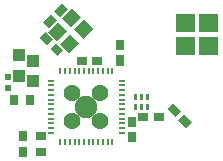
<source format=gtp>
G04 DipTrace 2.4.0.2*
%IN3dBBLE.gtp*%
%MOIN*%
%ADD20R,0.0354X0.0276*%
%ADD21R,0.0394X0.0433*%
%ADD22R,0.0276X0.0354*%
%ADD23R,0.0354X0.0295*%
%ADD26R,0.0295X0.0354*%
%ADD27R,0.0197X0.0236*%
%ADD28C,0.075*%
%ADD29C,0.0562*%
%ADD30O,0.0256X0.0079*%
%ADD31O,0.0079X0.0256*%
%FSLAX44Y44*%
G04*
G70*
G90*
G75*
G01*
%LNTopPaste*%
%LPD*%
G36*
X10733Y7747D2*
X10127D1*
Y8353D1*
X10733D1*
Y7747D1*
G37*
G36*
X11497D2*
X10890D1*
Y8353D1*
X11497D1*
Y7747D1*
G37*
G36*
Y8511D2*
X10890D1*
Y9117D1*
X11497D1*
Y8511D1*
G37*
G36*
X10733D2*
X10127D1*
Y9117D1*
X10733D1*
Y8511D1*
G37*
G36*
X9196Y6245D2*
X9097D1*
Y6462D1*
X9196D1*
Y6245D1*
G37*
G36*
X8999D2*
X8900D1*
Y6462D1*
X8999D1*
Y6245D1*
G37*
G36*
X8802D2*
X8703D1*
Y6462D1*
X8802D1*
Y6245D1*
G37*
G36*
Y5910D2*
X8703D1*
Y6127D1*
X8802D1*
Y5910D1*
G37*
G36*
X8999D2*
X8900D1*
Y6127D1*
X8999D1*
Y5910D1*
G37*
G36*
X9196D2*
X9097D1*
Y6127D1*
X9196D1*
Y5910D1*
G37*
G36*
X6245Y9035D2*
X6051Y9230D1*
X6301Y9480D1*
X6496Y9285D1*
X6245Y9035D1*
G37*
G36*
X5884Y8673D2*
X5689Y8868D1*
X5939Y9118D1*
X6134Y8924D1*
X5884Y8673D1*
G37*
G36*
X6360Y7915D2*
X6165Y7720D1*
X5914Y7970D1*
X6109Y8165D1*
X6360Y7915D1*
G37*
G36*
X5998Y8276D2*
X5803Y8082D1*
X5552Y8332D1*
X5747Y8527D1*
X5998Y8276D1*
G37*
D20*
X9025Y5680D3*
X9537D3*
D21*
X5348Y6895D3*
Y7564D3*
D20*
X7484Y7550D3*
X6972D3*
G36*
X8107Y7761D2*
X8383D1*
Y7406D1*
X8107D1*
Y7761D1*
G37*
G36*
Y8272D2*
X8383D1*
Y7918D1*
X8107D1*
Y8272D1*
G37*
D22*
X8645Y5535D3*
Y5023D3*
X5007Y5041D3*
Y4529D3*
D21*
X4862Y7073D3*
Y7742D3*
D23*
X5612Y5058D3*
Y4507D3*
D26*
X5250Y6273D3*
X4699D3*
D27*
X4520Y6642D3*
Y7036D3*
G36*
X10277Y5893D2*
X10082Y5698D1*
X9832Y5949D1*
X10026Y6144D1*
X10277Y5893D1*
G37*
G36*
X10639Y5531D2*
X10444Y5336D1*
X10193Y5587D1*
X10388Y5782D1*
X10639Y5531D1*
G37*
D28*
X7124Y6033D3*
D29*
X6655Y6502D3*
X7593D3*
Y5565D3*
X6655D3*
D30*
X5933Y6900D3*
Y6742D3*
Y6585D3*
Y6427D3*
Y6270D3*
Y6112D3*
Y5955D3*
Y5797D3*
Y5640D3*
Y5482D3*
Y5325D3*
Y5167D3*
D31*
X6258Y4842D3*
X6415D3*
X6573D3*
X6730D3*
X6888D3*
X7045D3*
X7203D3*
X7360D3*
X7518D3*
X7675D3*
X7833D3*
X7990D3*
D30*
X8315Y5167D3*
Y5325D3*
Y5482D3*
Y5640D3*
Y5797D3*
Y5955D3*
Y6112D3*
Y6270D3*
Y6427D3*
Y6585D3*
Y6742D3*
Y6900D3*
D31*
X7990Y7224D3*
X7833D3*
X7675D3*
X7518D3*
X7360D3*
X7203D3*
X7045D3*
X6888D3*
X6730D3*
X6573D3*
X6415D3*
X6258D3*
G36*
X6961Y9028D2*
X6627Y8694D1*
X6321Y9000D1*
X6655Y9334D1*
X6961Y9028D1*
G37*
G36*
X6488Y8555D2*
X6154Y8220D1*
X5847Y8527D1*
X6181Y8861D1*
X6488Y8555D1*
G37*
G36*
X6877Y8165D2*
X6543Y7831D1*
X6237Y8137D1*
X6571Y8471D1*
X6877Y8165D1*
G37*
G36*
X7351Y8638D2*
X7017Y8304D1*
X6710Y8610D1*
X7044Y8944D1*
X7351Y8638D1*
G37*
M02*

</source>
